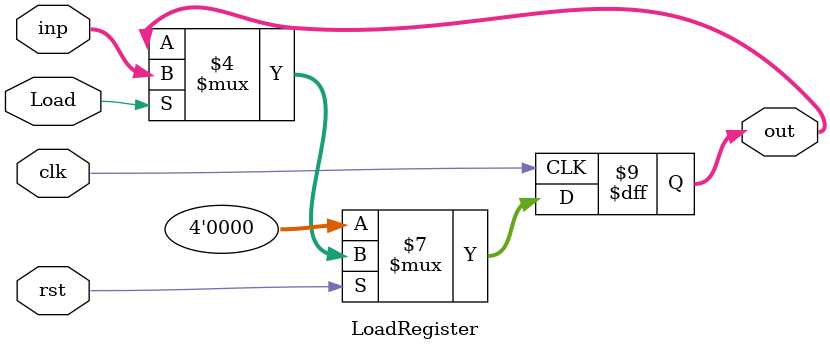
<source format=v>

module LoadRegister( inp, rst, clk, Load, out);

	input [3:0] inp;
	output[3:0] out;
	reg[3:0] out;
	input clk, rst, Load;
	
	always@(posedge clk)
		begin
			if (rst == 0)
				begin
					out <= 4'b0000;
				end
			else
				begin
					if(Load == 1)
						begin
							out <= inp;
						end
				end
		end
endmodule


</source>
